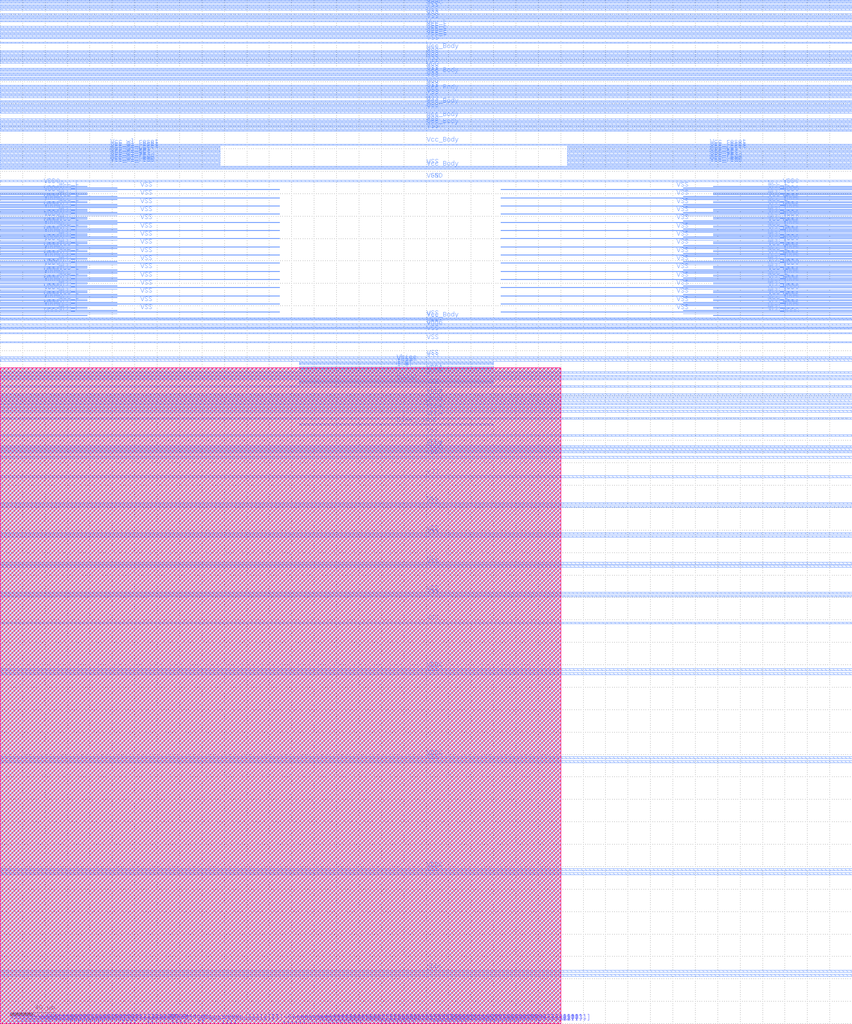
<source format=lef>
VERSION 5.7 ;
NOWIREEXTENSIONATPIN ON ;
BUSBITCHARS "[]" ;
DIVIDERCHAR "/" ;
MACRO Neuromorphic_X1_wb
  ORIGIN 0 0 ;
  FOREIGN Neuromorphic_X1_wb 0 0 ;
  SIZE 500.020 BY 584.800 ;
  SITE unithd ;
  PIN wbs_we_i
    DIRECTION INPUT ;
    USE SIGNAL ;
    PORT
      LAYER met2 ;
        RECT 146.53 0 146.83 2.91 ;
    END
  END wbs_we_i
  PIN wbs_dat_i[0]
    DIRECTION INPUT ;
    USE SIGNAL ;
    PORT
      LAYER met2 ;
        RECT 253.205 0 253.505 2.91 ;
    END
  END wbs_dat_i[0]
  PIN wbs_dat_i[31]
    DIRECTION INPUT ;
    USE SIGNAL ;
    PORT
      LAYER met2 ;
        RECT 476.405 0 476.705 2.91 ;
    END
  END wbs_dat_i[31]
  PIN wbs_dat_i[30]
    DIRECTION INPUT ;
    USE SIGNAL ;
    PORT
      LAYER met2 ;
        RECT 469.205 0 469.505 2.91 ;
    END
  END wbs_dat_i[30]
  PIN wbs_dat_i[29]
    DIRECTION INPUT ;
    USE SIGNAL ;
    PORT
      LAYER met2 ;
        RECT 462.005 0 462.305 2.91 ;
    END
  END wbs_dat_i[29]
  PIN wbs_dat_i[28]
    DIRECTION INPUT ;
    USE SIGNAL ;
    PORT
      LAYER met2 ;
        RECT 454.805 0 455.105 2.91 ;
    END
  END wbs_dat_i[28]
  PIN wbs_dat_i[27]
    DIRECTION INPUT ;
    USE SIGNAL ;
    PORT
      LAYER met2 ;
        RECT 447.605 0 447.905 2.91 ;
    END
  END wbs_dat_i[27]
  PIN wbs_dat_i[26]
    DIRECTION INPUT ;
    USE SIGNAL ;
    PORT
      LAYER met2 ;
        RECT 440.405 0 440.705 2.91 ;
    END
  END wbs_dat_i[26]
  PIN wbs_dat_i[25]
    DIRECTION INPUT ;
    USE SIGNAL ;
    PORT
      LAYER met2 ;
        RECT 433.205 0 433.505 2.91 ;
    END
  END wbs_dat_i[25]
  PIN wbs_dat_i[24]
    DIRECTION INPUT ;
    USE SIGNAL ;
    PORT
      LAYER met2 ;
        RECT 426.005 0 426.305 2.91 ;
    END
  END wbs_dat_i[24]
  PIN wbs_dat_i[23]
    DIRECTION INPUT ;
    USE SIGNAL ;
    PORT
      LAYER met2 ;
        RECT 418.805 0 419.105 2.91 ;
    END
  END wbs_dat_i[23]
  PIN wbs_dat_i[22]
    DIRECTION INPUT ;
    USE SIGNAL ;
    PORT
      LAYER met2 ;
        RECT 411.605 0 411.905 2.91 ;
    END
  END wbs_dat_i[22]
  PIN wbs_dat_i[21]
    DIRECTION INPUT ;
    USE SIGNAL ;
    PORT
      LAYER met2 ;
        RECT 404.405 0 404.705 2.91 ;
    END
  END wbs_dat_i[21]
  PIN wbs_dat_i[20]
    DIRECTION INPUT ;
    USE SIGNAL ;
    PORT
      LAYER met2 ;
        RECT 397.205 0 397.505 2.91 ;
    END
  END wbs_dat_i[20]
  PIN wbs_dat_i[19]
    DIRECTION INPUT ;
    USE SIGNAL ;
    PORT
      LAYER met2 ;
        RECT 390.005 0 390.305 2.91 ;
    END
  END wbs_dat_i[19]
  PIN wbs_dat_i[18]
    DIRECTION INPUT ;
    USE SIGNAL ;
    PORT
      LAYER met2 ;
        RECT 382.805 0 383.105 2.91 ;
    END
  END wbs_dat_i[18]
  PIN wbs_dat_i[17]
    DIRECTION INPUT ;
    USE SIGNAL ;
    PORT
      LAYER met2 ;
        RECT 375.605 0 375.905 2.91 ;
    END
  END wbs_dat_i[17]
  PIN wbs_dat_i[16]
    DIRECTION INPUT ;
    USE SIGNAL ;
    PORT
      LAYER met2 ;
        RECT 368.405 0 368.705 2.91 ;
    END
  END wbs_dat_i[16]
  PIN wbs_dat_i[15]
    DIRECTION INPUT ;
    USE SIGNAL ;
    PORT
      LAYER met2 ;
        RECT 361.205 0 361.505 2.91 ;
    END
  END wbs_dat_i[15]
  PIN wbs_dat_i[14]
    DIRECTION INPUT ;
    USE SIGNAL ;
    PORT
      LAYER met2 ;
        RECT 354.005 0 354.305 2.91 ;
    END
  END wbs_dat_i[14]
  PIN wbs_dat_i[13]
    DIRECTION INPUT ;
    USE SIGNAL ;
    PORT
      LAYER met2 ;
        RECT 346.805 0 347.105 2.91 ;
    END
  END wbs_dat_i[13]
  PIN wbs_dat_i[12]
    DIRECTION INPUT ;
    USE SIGNAL ;
    PORT
      LAYER met2 ;
        RECT 339.605 0 339.905 2.91 ;
    END
  END wbs_dat_i[12]
  PIN wbs_dat_i[11]
    DIRECTION INPUT ;
    USE SIGNAL ;
    PORT
      LAYER met2 ;
        RECT 332.405 0 332.705 2.91 ;
    END
  END wbs_dat_i[11]
  PIN wbs_dat_i[10]
    DIRECTION INPUT ;
    USE SIGNAL ;
    PORT
      LAYER met2 ;
        RECT 325.205 0 325.505 2.91 ;
    END
  END wbs_dat_i[10]
  PIN wbs_dat_i[9]
    DIRECTION INPUT ;
    USE SIGNAL ;
    PORT
      LAYER met2 ;
        RECT 318.005 0 318.305 2.91 ;
    END
  END wbs_dat_i[9]
  PIN wbs_dat_i[8]
    DIRECTION INPUT ;
    USE SIGNAL ;
    PORT
      LAYER met2 ;
        RECT 310.805 0 311.105 2.91 ;
    END
  END wbs_dat_i[8]
  PIN wbs_dat_i[7]
    DIRECTION INPUT ;
    USE SIGNAL ;
    PORT
      LAYER met2 ;
        RECT 303.605 0 303.905 2.91 ;
    END
  END wbs_dat_i[7]
  PIN wbs_dat_i[6]
    DIRECTION INPUT ;
    USE SIGNAL ;
    PORT
      LAYER met2 ;
        RECT 296.405 0 296.705 2.91 ;
    END
  END wbs_dat_i[6]
  PIN wbs_dat_i[5]
    DIRECTION INPUT ;
    USE SIGNAL ;
    PORT
      LAYER met2 ;
        RECT 289.205 0 289.505 2.91 ;
    END
  END wbs_dat_i[5]
  PIN wbs_dat_i[4]
    DIRECTION INPUT ;
    USE SIGNAL ;
    PORT
      LAYER met2 ;
        RECT 282.005 0 282.305 2.91 ;
    END
  END wbs_dat_i[4]
  PIN wbs_dat_i[3]
    DIRECTION INPUT ;
    USE SIGNAL ;
    PORT
      LAYER met2 ;
        RECT 274.805 0 275.105 2.91 ;
    END
  END wbs_dat_i[3]
  PIN wbs_dat_i[2]
    DIRECTION INPUT ;
    USE SIGNAL ;
    PORT
      LAYER met2 ;
        RECT 267.605 0 267.905 2.91 ;
    END
  END wbs_dat_i[2]
  PIN wbs_adr_i[1]
    DIRECTION INPUT ;
    USE SIGNAL ;
    PORT
      LAYER met2 ;
        RECT 11.935 0 12.235 2.91 ;
    END
  END wbs_adr_i[1]
  PIN wbs_adr_i[8]
    DIRECTION INPUT ;
    USE SIGNAL ;
    PORT
      LAYER met2 ;
        RECT 37.135 0 37.435 2.91 ;
    END
  END wbs_adr_i[8]
  PIN wbs_adr_i[2]
    DIRECTION INPUT ;
    USE SIGNAL ;
    PORT
      LAYER met2 ;
        RECT 15.535 0 15.835 2.91 ;
    END
  END wbs_adr_i[2]
  PIN wbs_adr_i[28]
    DIRECTION INPUT ;
    USE SIGNAL ;
    PORT
      LAYER met2 ;
        RECT 109.135 0 109.435 2.91 ;
    END
  END wbs_adr_i[28]
  PIN wbs_adr_i[27]
    DIRECTION INPUT ;
    USE SIGNAL ;
    PORT
      LAYER met2 ;
        RECT 105.535 0 105.835 2.91 ;
    END
  END wbs_adr_i[27]
  PIN wbs_adr_i[26]
    DIRECTION INPUT ;
    USE SIGNAL ;
    PORT
      LAYER met2 ;
        RECT 101.935 0 102.235 2.91 ;
    END
  END wbs_adr_i[26]
  PIN wbs_adr_i[25]
    DIRECTION INPUT ;
    USE SIGNAL ;
    PORT
      LAYER met2 ;
        RECT 98.335 0 98.635 2.91 ;
    END
  END wbs_adr_i[25]
  PIN wbs_adr_i[24]
    DIRECTION INPUT ;
    USE SIGNAL ;
    PORT
      LAYER met2 ;
        RECT 94.735 0 95.035 2.91 ;
    END
  END wbs_adr_i[24]
  PIN wbs_adr_i[23]
    DIRECTION INPUT ;
    USE SIGNAL ;
    PORT
      LAYER met2 ;
        RECT 91.135 0 91.435 2.91 ;
    END
  END wbs_adr_i[23]
  PIN wbs_adr_i[22]
    DIRECTION INPUT ;
    USE SIGNAL ;
    PORT
      LAYER met2 ;
        RECT 87.535 0 87.835 2.91 ;
    END
  END wbs_adr_i[22]
  PIN wbs_adr_i[21]
    DIRECTION INPUT ;
    USE SIGNAL ;
    PORT
      LAYER met2 ;
        RECT 83.935 0 84.235 2.91 ;
    END
  END wbs_adr_i[21]
  PIN wbs_adr_i[20]
    DIRECTION INPUT ;
    USE SIGNAL ;
    PORT
      LAYER met2 ;
        RECT 80.335 0 80.635 2.91 ;
    END
  END wbs_adr_i[20]
  PIN wbs_adr_i[19]
    DIRECTION INPUT ;
    USE SIGNAL ;
    PORT
      LAYER met2 ;
        RECT 76.735 0 77.035 2.91 ;
    END
  END wbs_adr_i[19]
  PIN wbs_adr_i[18]
    DIRECTION INPUT ;
    USE SIGNAL ;
    PORT
      LAYER met2 ;
        RECT 73.135 0 73.435 2.91 ;
    END
  END wbs_adr_i[18]
  PIN wbs_adr_i[17]
    DIRECTION INPUT ;
    USE SIGNAL ;
    PORT
      LAYER met2 ;
        RECT 69.535 0 69.835 2.91 ;
    END
  END wbs_adr_i[17]
  PIN wbs_adr_i[16]
    DIRECTION INPUT ;
    USE SIGNAL ;
    PORT
      LAYER met2 ;
        RECT 65.935 0 66.235 2.91 ;
    END
  END wbs_adr_i[16]
  PIN wbs_adr_i[15]
    DIRECTION INPUT ;
    USE SIGNAL ;
    PORT
      LAYER met2 ;
        RECT 62.335 0 62.635 2.91 ;
    END
  END wbs_adr_i[15]
  PIN wbs_adr_i[14]
    DIRECTION INPUT ;
    USE SIGNAL ;
    PORT
      LAYER met2 ;
        RECT 58.735 0 59.035 2.91 ;
    END
  END wbs_adr_i[14]
  PIN wbs_adr_i[13]
    DIRECTION INPUT ;
    USE SIGNAL ;
    PORT
      LAYER met2 ;
        RECT 55.135 0 55.435 2.91 ;
    END
  END wbs_adr_i[13]
  PIN wbs_adr_i[12]
    DIRECTION INPUT ;
    USE SIGNAL ;
    PORT
      LAYER met2 ;
        RECT 51.535 0 51.835 2.91 ;
    END
  END wbs_adr_i[12]
  PIN wbs_adr_i[11]
    DIRECTION INPUT ;
    USE SIGNAL ;
    PORT
      LAYER met2 ;
        RECT 47.935 0 48.235 2.91 ;
    END
  END wbs_adr_i[11]
  PIN user_clk
    DIRECTION INPUT ;
    USE SIGNAL ;
    PORT
      LAYER met2 ;
        RECT 132.13 0 132.43 2.91 ;
    END
  END user_clk
  PIN wbs_adr_i[31]
    DIRECTION INPUT ;
    USE SIGNAL ;
    PORT
      LAYER met2 ;
        RECT 119.935 0 120.235 2.91 ;
    END
  END wbs_adr_i[31]
  PIN wbs_adr_i[10]
    DIRECTION INPUT ;
    USE SIGNAL ;
    PORT
      LAYER met2 ;
        RECT 44.335 0 44.635 2.91 ;
    END
  END wbs_adr_i[10]
  PIN wbs_adr_i[7]
    DIRECTION INPUT ;
    USE SIGNAL ;
    PORT
      LAYER met2 ;
        RECT 33.535 0 33.835 2.91 ;
    END
  END wbs_adr_i[7]
  PIN wbs_adr_i[6]
    DIRECTION INPUT ;
    USE SIGNAL ;
    PORT
      LAYER met2 ;
        RECT 29.935 0 30.235 2.91 ;
    END
  END wbs_adr_i[6]
  PIN wbs_adr_i[5]
    DIRECTION INPUT ;
    USE SIGNAL ;
    PORT
      LAYER met2 ;
        RECT 26.335 0 26.635 2.91 ;
    END
  END wbs_adr_i[5]
  PIN wbs_adr_i[4]
    DIRECTION INPUT ;
    USE SIGNAL ;
    PORT
      LAYER met2 ;
        RECT 22.735 0 23.035 2.91 ;
    END
  END wbs_adr_i[4]
  PIN wbs_adr_i[3]
    DIRECTION INPUT ;
    USE SIGNAL ;
    PORT
      LAYER met2 ;
        RECT 19.135 0 19.435 2.91 ;
    END
  END wbs_adr_i[3]
  PIN wbs_adr_i[30]
    DIRECTION INPUT ;
    USE SIGNAL ;
    PORT
      LAYER met2 ;
        RECT 116.335 0 116.635 2.91 ;
    END
  END wbs_adr_i[30]
  PIN wbs_adr_i[29]
    DIRECTION INPUT ;
    USE SIGNAL ;
    PORT
      LAYER met2 ;
        RECT 112.735 0 113.035 2.91 ;
    END
  END wbs_adr_i[29]
  PIN wbs_adr_i[9]
    DIRECTION INPUT ;
    USE SIGNAL ;
    PORT
      LAYER met2 ;
        RECT 40.735 0 41.035 2.91 ;
    END
  END wbs_adr_i[9]
  PIN wbs_sel_i[3]
    DIRECTION INPUT ;
    USE SIGNAL ;
    PORT
      LAYER met2 ;
        RECT 209.54 0 209.84 2.91 ;
    END
  END wbs_sel_i[3]
  PIN wbs_sel_i[2]
    DIRECTION INPUT ;
    USE SIGNAL ;
    PORT
      LAYER met2 ;
        RECT 205.94 0 206.24 2.91 ;
    END
  END wbs_sel_i[2]
  PIN wbs_sel_i[1]
    DIRECTION INPUT ;
    USE SIGNAL ;
    PORT
      LAYER met2 ;
        RECT 202.34 0 202.64 2.91 ;
    END
  END wbs_sel_i[1]
  PIN wbs_ack_o
    DIRECTION OUTPUT ;
    USE SIGNAL ;
    PORT
      LAYER met2 ;
        RECT 177.115 0 177.415 2.91 ;
    END
  END wbs_ack_o
  PIN wbs_dat_o[9]
    DIRECTION OUTPUT ;
    USE SIGNAL ;
    PORT
      LAYER met2 ;
        RECT 321.605 0 321.905 2.91 ;
    END
  END wbs_dat_o[9]
  PIN wbs_dat_o[8]
    DIRECTION OUTPUT ;
    USE SIGNAL ;
    PORT
      LAYER met2 ;
        RECT 314.405 0 314.705 2.91 ;
    END
  END wbs_dat_o[8]
  PIN wbs_dat_o[29]
    DIRECTION OUTPUT ;
    USE SIGNAL ;
    PORT
      LAYER met2 ;
        RECT 465.605 0 465.905 2.91 ;
    END
  END wbs_dat_o[29]
  PIN wbs_dat_o[2]
    DIRECTION OUTPUT ;
    USE SIGNAL ;
    PORT
      LAYER met2 ;
        RECT 271.205 0 271.505 2.91 ;
    END
  END wbs_dat_o[2]
  PIN wbs_dat_i[1]
    DIRECTION INPUT ;
    USE SIGNAL ;
    PORT
      LAYER met2 ;
        RECT 260.405 0 260.705 2.91 ;
    END
  END wbs_dat_i[1]
  PIN wbs_dat_o[28]
    DIRECTION OUTPUT ;
    USE SIGNAL ;
    PORT
      LAYER met2 ;
        RECT 458.405 0 458.705 2.91 ;
    END
  END wbs_dat_o[28]
  PIN wbs_dat_o[27]
    DIRECTION OUTPUT ;
    USE SIGNAL ;
    PORT
      LAYER met2 ;
        RECT 451.205 0 451.505 2.91 ;
    END
  END wbs_dat_o[27]
  PIN wbs_dat_o[26]
    DIRECTION OUTPUT ;
    USE SIGNAL ;
    PORT
      LAYER met2 ;
        RECT 444.005 0 444.305 2.91 ;
    END
  END wbs_dat_o[26]
  PIN wbs_dat_o[25]
    DIRECTION OUTPUT ;
    USE SIGNAL ;
    PORT
      LAYER met2 ;
        RECT 436.805 0 437.105 2.91 ;
    END
  END wbs_dat_o[25]
  PIN wbs_dat_o[24]
    DIRECTION OUTPUT ;
    USE SIGNAL ;
    PORT
      LAYER met2 ;
        RECT 429.605 0 429.905 2.91 ;
    END
  END wbs_dat_o[24]
  PIN wbs_dat_o[23]
    DIRECTION OUTPUT ;
    USE SIGNAL ;
    PORT
      LAYER met2 ;
        RECT 422.405 0 422.705 2.91 ;
    END
  END wbs_dat_o[23]
  PIN wbs_dat_o[22]
    DIRECTION OUTPUT ;
    USE SIGNAL ;
    PORT
      LAYER met2 ;
        RECT 415.205 0 415.505 2.91 ;
    END
  END wbs_dat_o[22]
  PIN wbs_dat_o[21]
    DIRECTION OUTPUT ;
    USE SIGNAL ;
    PORT
      LAYER met2 ;
        RECT 408.005 0 408.305 2.91 ;
    END
  END wbs_dat_o[21]
  PIN wbs_dat_o[20]
    DIRECTION OUTPUT ;
    USE SIGNAL ;
    PORT
      LAYER met2 ;
        RECT 400.805 0 401.105 2.91 ;
    END
  END wbs_dat_o[20]
  PIN wbs_dat_o[19]
    DIRECTION OUTPUT ;
    USE SIGNAL ;
    PORT
      LAYER met2 ;
        RECT 393.605 0 393.905 2.91 ;
    END
  END wbs_dat_o[19]
  PIN wbs_dat_o[18]
    DIRECTION OUTPUT ;
    USE SIGNAL ;
    PORT
      LAYER met2 ;
        RECT 386.405 0 386.705 2.91 ;
    END
  END wbs_dat_o[18]
  PIN wbs_dat_o[17]
    DIRECTION OUTPUT ;
    USE SIGNAL ;
    PORT
      LAYER met2 ;
        RECT 379.205 0 379.505 2.91 ;
    END
  END wbs_dat_o[17]
  PIN wbs_dat_o[16]
    DIRECTION OUTPUT ;
    USE SIGNAL ;
    PORT
      LAYER met2 ;
        RECT 372.005 0 372.305 2.91 ;
    END
  END wbs_dat_o[16]
  PIN wbs_dat_o[15]
    DIRECTION OUTPUT ;
    USE SIGNAL ;
    PORT
      LAYER met2 ;
        RECT 364.805 0 365.105 2.91 ;
    END
  END wbs_dat_o[15]
  PIN wbs_dat_o[14]
    DIRECTION OUTPUT ;
    USE SIGNAL ;
    PORT
      LAYER met2 ;
        RECT 357.605 0 357.905 2.91 ;
    END
  END wbs_dat_o[14]
  PIN wbs_dat_o[13]
    DIRECTION OUTPUT ;
    USE SIGNAL ;
    PORT
      LAYER met2 ;
        RECT 350.405 0 350.705 2.91 ;
    END
  END wbs_dat_o[13]
  PIN wbs_dat_o[12]
    DIRECTION OUTPUT ;
    USE SIGNAL ;
    PORT
      LAYER met2 ;
        RECT 343.205 0 343.505 2.91 ;
    END
  END wbs_dat_o[12]
  PIN wbs_dat_o[11]
    DIRECTION OUTPUT ;
    USE SIGNAL ;
    PORT
      LAYER met2 ;
        RECT 336.005 0 336.305 2.91 ;
    END
  END wbs_dat_o[11]
  PIN wbs_dat_o[31]
    DIRECTION OUTPUT ;
    USE SIGNAL ;
    PORT
      LAYER met2 ;
        RECT 480.005 0 480.305 2.91 ;
    END
  END wbs_dat_o[31]
  PIN wbs_dat_o[7]
    DIRECTION OUTPUT ;
    USE SIGNAL ;
    PORT
      LAYER met2 ;
        RECT 307.205 0 307.505 2.91 ;
    END
  END wbs_dat_o[7]
  PIN wbs_dat_o[6]
    DIRECTION OUTPUT ;
    USE SIGNAL ;
    PORT
      LAYER met2 ;
        RECT 300.005 0 300.305 2.91 ;
    END
  END wbs_dat_o[6]
  PIN wbs_dat_o[5]
    DIRECTION OUTPUT ;
    USE SIGNAL ;
    PORT
      LAYER met2 ;
        RECT 292.805 0 293.105 2.91 ;
    END
  END wbs_dat_o[5]
  PIN wbs_dat_o[4]
    DIRECTION OUTPUT ;
    USE SIGNAL ;
    PORT
      LAYER met2 ;
        RECT 285.605 0 285.905 2.91 ;
    END
  END wbs_dat_o[4]
  PIN wbs_dat_o[3]
    DIRECTION OUTPUT ;
    USE SIGNAL ;
    PORT
      LAYER met2 ;
        RECT 278.405 0 278.705 2.91 ;
    END
  END wbs_dat_o[3]
  PIN wbs_dat_o[30]
    DIRECTION OUTPUT ;
    USE SIGNAL ;
    PORT
      LAYER met2 ;
        RECT 472.805 0 473.105 2.91 ;
    END
  END wbs_dat_o[30]
  PIN wbs_dat_o[1]
    DIRECTION OUTPUT ;
    USE SIGNAL ;
    PORT
      LAYER met2 ;
        RECT 264.005 0 264.305 2.91 ;
    END
  END wbs_dat_o[1]
  PIN wbs_dat_o[10]
    DIRECTION OUTPUT ;
    USE SIGNAL ;
    PORT
      LAYER met2 ;
        RECT 328.805 0 329.105 2.91 ;
    END
  END wbs_dat_o[10]
  PIN user_rst
    DIRECTION INPUT ;
    USE SIGNAL ;
    PORT
      LAYER met2 ;
        RECT 139.33 0 139.63 2.91 ;
    END
  END user_rst
  PIN wb_rst_i
    DIRECTION INPUT ;
    USE SIGNAL ;
    PORT
      LAYER met2 ;
        RECT 142.93 0 143.23 2.91 ;
    END
  END wb_rst_i
  PIN wb_clk_i
    DIRECTION INPUT ;
    USE SIGNAL ;
    PORT
      LAYER met2 ;
        RECT 135.73 0 136.03 2.91 ;
    END
  END wb_clk_i
  PIN wbs_sel_i[0]
    DIRECTION INPUT ;
    USE SIGNAL ;
    PORT
      LAYER met2 ;
        RECT 198.74 0 199.04 2.91 ;
    END
  END wbs_sel_i[0]
  PIN wbs_dat_o[0]
    DIRECTION OUTPUT ;
    USE SIGNAL ;
    PORT
      LAYER met2 ;
        RECT 256.805 0 257.105 2.91 ;
    END
  END wbs_dat_o[0]
  PIN TM
    DIRECTION INPUT ;
    USE SIGNAL ;
    PORT
      LAYER met2 ;
        RECT 160.93 0 161.23 2.91 ;
    END
  END TM
  PIN wbs_stb_i
    DIRECTION INPUT ;
    USE SIGNAL ;
    PORT
      LAYER met2 ;
        RECT 164.53 0 164.83 2.91 ;
    END
  END wbs_stb_i
  PIN ScanInCC
    DIRECTION INPUT ;
    USE SIGNAL ;
    PORT
      LAYER met2 ;
        RECT 150.13 0 150.43 2.91 ;
    END
  END ScanInCC
  PIN ScanInDL
    DIRECTION INPUT ;
    USE SIGNAL ;
    PORT
      LAYER met2 ;
        RECT 153.73 0 154.03 2.91 ;
    END
  END ScanInDL
  PIN ScanInDR
    DIRECTION INPUT ;
    USE SIGNAL ;
    PORT
      LAYER met2 ;
        RECT 157.33 0 157.63 2.91 ;
    END
  END ScanInDR
  PIN ScanOutCC
    DIRECTION OUTPUT ;
    USE SIGNAL ;
    PORT
      LAYER met2 ;
        RECT 180.715 0 181.015 2.91 ;
    END
  END ScanOutCC
  PIN Iref
    DIRECTION INPUT ;
    USE SIGNAL ;
    PORT
      LAYER met3 ;
        RECT 266.84 582.75 440.155 584.05 ;
    END
    PORT
      LAYER met3 ;
        RECT 266.84 584.55 440.155 585.85 ;
    END
  END Iref
  PIN Vbias
    DIRECTION INPUT ;
    USE SIGNAL ;
    PORT
      LAYER met3 ;
        RECT 266.84 589.275 440.155 590.405 ;
    END
    PORT
      LAYER met3 ;
        RECT 266.84 587.645 440.155 588.775 ;
    END
  END Vbias
  PIN Vcomp
    DIRECTION INPUT ;
    USE SIGNAL ;
    PORT
      LAYER met3 ;
        RECT 266.84 570.605 440.155 571.735 ;
    END
    PORT
      LAYER met3 ;
        RECT 266.84 572.235 440.155 573.365 ;
    END
  END Vcomp
  PIN Bias_comp2
    DIRECTION INPUT ;
    USE SIGNAL ;
    PORT
      LAYER met3 ;
        RECT 266.84 533.58 440.155 534.71 ;
    END
  END Bias_comp2
  PIN Vcc_L
    DIRECTION INPUT ;
    USE SIGNAL ;
    PORT
      LAYER met3 ;
        RECT 609.385 744.76 760 745.1 ;
    END
    PORT
      LAYER met3 ;
        RECT 609.385 742.04 760 742.38 ;
    END
    PORT
      LAYER met3 ;
        RECT 609.385 737.48 760 737.82 ;
    END
    PORT
      LAYER met3 ;
        RECT 609.385 734.76 760 735.1 ;
    END
    PORT
      LAYER met3 ;
        RECT 609.385 730.2 760 730.54 ;
    END
    PORT
      LAYER met3 ;
        RECT 609.385 727.48 760 727.82 ;
    END
    PORT
      LAYER met3 ;
        RECT 609.385 722.92 760 723.26 ;
    END
    PORT
      LAYER met3 ;
        RECT 609.385 720.2 760 720.54 ;
    END
    PORT
      LAYER met3 ;
        RECT 609.385 715.64 760 715.98 ;
    END
    PORT
      LAYER met3 ;
        RECT 609.385 712.92 760 713.26 ;
    END
    PORT
      LAYER met3 ;
        RECT 609.385 708.36 760 708.7 ;
    END
    PORT
      LAYER met3 ;
        RECT 609.385 705.64 760 705.98 ;
    END
    PORT
      LAYER met3 ;
        RECT 609.385 701.08 760 701.42 ;
    END
    PORT
      LAYER met3 ;
        RECT 609.385 698.36 760 698.7 ;
    END
    PORT
      LAYER met3 ;
        RECT 609.385 693.8 760 694.14 ;
    END
    PORT
      LAYER met3 ;
        RECT 609.385 691.08 760 691.42 ;
    END
    PORT
      LAYER met3 ;
        RECT 609.385 686.52 760 686.86 ;
    END
    PORT
      LAYER met3 ;
        RECT 609.385 683.8 760 684.14 ;
    END
    PORT
      LAYER met3 ;
        RECT 609.385 679.24 760 679.58 ;
    END
    PORT
      LAYER met3 ;
        RECT 609.385 676.52 760 676.86 ;
    END
    PORT
      LAYER met3 ;
        RECT 609.385 671.96 760 672.3 ;
    END
    PORT
      LAYER met3 ;
        RECT 609.385 669.24 760 669.58 ;
    END
    PORT
      LAYER met3 ;
        RECT 609.385 664.68 760 665.02 ;
    END
    PORT
      LAYER met3 ;
        RECT 609.385 661.96 760 662.3 ;
    END
    PORT
      LAYER met3 ;
        RECT 609.385 657.4 760 657.74 ;
    END
    PORT
      LAYER met3 ;
        RECT 609.385 654.68 760 655.02 ;
    END
    PORT
      LAYER met3 ;
        RECT 609.385 650.12 760 650.46 ;
    END
    PORT
      LAYER met3 ;
        RECT 609.385 647.4 760 647.74 ;
    END
    PORT
      LAYER met3 ;
        RECT 609.385 642.84 760 643.18 ;
    END
    PORT
      LAYER met3 ;
        RECT 609.385 640.12 760 640.46 ;
    END
    PORT
      LAYER met3 ;
        RECT 609.385 635.56 760 635.9 ;
    END
    PORT
      LAYER met3 ;
        RECT 609.385 632.84 760 633.18 ;
    END
    PORT
      LAYER met3 ;
        RECT 0 744.76 104.42 745.1 ;
    END
    PORT
      LAYER met3 ;
        RECT 0 742.04 104.42 742.38 ;
    END
    PORT
      LAYER met3 ;
        RECT 0 737.48 104.42 737.82 ;
    END
    PORT
      LAYER met3 ;
        RECT 0 734.76 104.42 735.1 ;
    END
    PORT
      LAYER met3 ;
        RECT 0 730.2 104.42 730.54 ;
    END
    PORT
      LAYER met3 ;
        RECT 0 727.48 104.42 727.82 ;
    END
    PORT
      LAYER met3 ;
        RECT 0 722.92 104.42 723.26 ;
    END
    PORT
      LAYER met3 ;
        RECT 0 720.2 104.42 720.54 ;
    END
    PORT
      LAYER met3 ;
        RECT 0 715.64 104.42 715.98 ;
    END
    PORT
      LAYER met3 ;
        RECT 0 712.92 104.42 713.26 ;
    END
    PORT
      LAYER met3 ;
        RECT 0 708.36 104.42 708.7 ;
    END
    PORT
      LAYER met3 ;
        RECT 0 705.64 104.42 705.98 ;
    END
    PORT
      LAYER met3 ;
        RECT 0 701.08 104.42 701.42 ;
    END
    PORT
      LAYER met3 ;
        RECT 0 698.36 104.42 698.7 ;
    END
    PORT
      LAYER met3 ;
        RECT 0 693.8 104.42 694.14 ;
    END
    PORT
      LAYER met3 ;
        RECT 0 691.08 104.42 691.42 ;
    END
    PORT
      LAYER met3 ;
        RECT 0 686.52 104.42 686.86 ;
    END
    PORT
      LAYER met3 ;
        RECT 0 683.8 104.42 684.14 ;
    END
    PORT
      LAYER met3 ;
        RECT 0 679.24 104.42 679.58 ;
    END
    PORT
      LAYER met3 ;
        RECT 0 676.52 104.42 676.86 ;
    END
    PORT
      LAYER met3 ;
        RECT 0 671.96 104.42 672.3 ;
    END
    PORT
      LAYER met3 ;
        RECT 0 669.24 104.42 669.58 ;
    END
    PORT
      LAYER met3 ;
        RECT 0 664.68 104.42 665.02 ;
    END
    PORT
      LAYER met3 ;
        RECT 0 661.96 104.42 662.3 ;
    END
    PORT
      LAYER met3 ;
        RECT 0 657.4 104.42 657.74 ;
    END
    PORT
      LAYER met3 ;
        RECT 0 654.68 104.42 655.02 ;
    END
    PORT
      LAYER met3 ;
        RECT 0 650.12 104.42 650.46 ;
    END
    PORT
      LAYER met3 ;
        RECT 0 647.4 104.42 647.74 ;
    END
    PORT
      LAYER met3 ;
        RECT 0 642.84 104.42 643.18 ;
    END
    PORT
      LAYER met3 ;
        RECT 0 640.12 104.42 640.46 ;
    END
    PORT
      LAYER met3 ;
        RECT 0 635.56 104.42 635.9 ;
    END
    PORT
      LAYER met3 ;
        RECT 0 632.84 104.42 633.18 ;
    END
    PORT
      LAYER met3 ;
        RECT 0 878.055 760 879.055 ;
    END
    PORT
      LAYER met3 ;
        RECT 0 880.055 760 881.055 ;
    END
    PORT
      LAYER met3 ;
        RECT 0 882.055 760 883.055 ;
    END
    PORT
      LAYER met3 ;
        RECT 0 884.055 760 885.055 ;
    END
    PORT
      LAYER met3 ;
        RECT 0 886.055 760 887.055 ;
    END
    PORT
      LAYER met3 ;
        RECT 0 888.055 760 889.055 ;
    END
  END Vcc_L
  PIN Vcc_Body
    DIRECTION INPUT ;
    USE SIGNAL ;
    PORT
      LAYER met3 ;
        RECT 0 627.04 760 628.04 ;
    END
    PORT
      LAYER met3 ;
        RECT 0 761.895 760 762.895 ;
    END
    PORT
      LAYER met3 ;
        RECT 0 783.15 760 784.15 ;
    END
    PORT
      LAYER met3 ;
        RECT 0 799.665 760 800.665 ;
    END
    PORT
      LAYER met3 ;
        RECT 0 805.665 760 806.665 ;
    END
    PORT
      LAYER met3 ;
        RECT 0 817.89 760 818.89 ;
    END
    PORT
      LAYER met3 ;
        RECT 0 829.72 760 830.72 ;
    END
    PORT
      LAYER met3 ;
        RECT 0 844.935 760 845.935 ;
    END
    PORT
      LAYER met3 ;
        RECT 0 866.43 760 867.43 ;
    END
  END Vcc_Body
  PIN Vcc_reset
    DIRECTION INPUT ;
    USE SIGNAL ;
    PORT
      LAYER met3 ;
        RECT 505.84 781.29 760 782.29 ;
    END
    PORT
      LAYER met3 ;
        RECT 505.84 779.29 760 780.29 ;
    END
    PORT
      LAYER met3 ;
        RECT 505.84 777.29 760 778.29 ;
    END
  END Vcc_reset
  PIN Vcc_set
    DIRECTION INPUT ;
    USE SIGNAL ;
    PORT
      LAYER met3 ;
        RECT 505.84 775.29 760 776.29 ;
    END
    PORT
      LAYER met3 ;
        RECT 505.84 773.29 760 774.29 ;
    END
    PORT
      LAYER met3 ;
        RECT 505.84 771.29 760 772.29 ;
    END
  END Vcc_set
  PIN Vcc_wl_reset
    DIRECTION INPUT ;
    USE SIGNAL ;
    PORT
      LAYER met3 ;
        RECT 0 781.29 196.06 782.29 ;
    END
    PORT
      LAYER met3 ;
        RECT 0 779.29 196.06 780.29 ;
    END
    PORT
      LAYER met3 ;
        RECT 0 777.29 196.06 778.29 ;
    END
  END Vcc_wl_reset
  PIN Vcc_wl_set
    DIRECTION INPUT ;
    USE SIGNAL ;
    PORT
      LAYER met3 ;
        RECT 0 775.29 196.06 776.29 ;
    END
    PORT
      LAYER met3 ;
        RECT 0 773.29 196.06 774.29 ;
    END
    PORT
      LAYER met3 ;
        RECT 0 771.29 196.06 772.29 ;
    END
  END Vcc_wl_set
  PIN Vcc_wl_read
    DIRECTION INPUT ;
    USE SIGNAL ;
    PORT
      LAYER met3 ;
        RECT 0 769.29 196.06 770.29 ;
    END
    PORT
      LAYER met3 ;
        RECT 0 767.29 196.06 768.29 ;
    END
    PORT
      LAYER met3 ;
        RECT 0 765.29 196.06 766.29 ;
    END
  END Vcc_wl_read
  PIN Vcc_read
    DIRECTION INPUT ;
    USE SIGNAL ;
    PORT
      LAYER met3 ;
        RECT 505.84 769.29 760 770.29 ;
    END
    PORT
      LAYER met3 ;
        RECT 505.84 767.29 760 768.29 ;
    END
    PORT
      LAYER met3 ;
        RECT 505.84 765.29 760 766.29 ;
    END
  END Vcc_read
  PIN VSS
    DIRECTION INOUT ;
    USE GROUND ;
    PORT
      LAYER met3 ;
        RECT 0 750.855 760 751.855 ;
    END
    PORT
      LAYER met3 ;
        RECT 0 628.495 760 629.495 ;
    END
    PORT
      LAYER met3 ;
        RECT 446.595 692.44 760 692.78 ;
    END
    PORT
      LAYER met3 ;
        RECT 446.595 699.72 760 700.06 ;
    END
    PORT
      LAYER met3 ;
        RECT 446.595 707 760 707.34 ;
    END
    PORT
      LAYER met3 ;
        RECT 446.595 714.28 760 714.62 ;
    END
    PORT
      LAYER met3 ;
        RECT 446.595 721.56 760 721.9 ;
    END
    PORT
      LAYER met3 ;
        RECT 446.595 728.84 760 729.18 ;
    END
    PORT
      LAYER met3 ;
        RECT 446.595 736.12 760 736.46 ;
    END
    PORT
      LAYER met3 ;
        RECT 446.595 743.4 760 743.74 ;
    END
    PORT
      LAYER met3 ;
        RECT 446.595 634.2 760 634.54 ;
    END
    PORT
      LAYER met3 ;
        RECT 446.595 641.48 760 641.82 ;
    END
    PORT
      LAYER met3 ;
        RECT 446.595 648.76 760 649.1 ;
    END
    PORT
      LAYER met3 ;
        RECT 446.595 656.04 760 656.38 ;
    END
    PORT
      LAYER met3 ;
        RECT 446.595 663.32 760 663.66 ;
    END
    PORT
      LAYER met3 ;
        RECT 446.595 670.6 760 670.94 ;
    END
    PORT
      LAYER met3 ;
        RECT 446.595 677.88 760 678.22 ;
    END
    PORT
      LAYER met3 ;
        RECT 446.595 685.16 760 685.5 ;
    END
    PORT
      LAYER met3 ;
        RECT 0 692.44 249.21 692.78 ;
    END
    PORT
      LAYER met3 ;
        RECT 0 699.72 249.21 700.06 ;
    END
    PORT
      LAYER met3 ;
        RECT 0 707 249.21 707.34 ;
    END
    PORT
      LAYER met3 ;
        RECT 0 714.28 249.21 714.62 ;
    END
    PORT
      LAYER met3 ;
        RECT 0 721.56 249.21 721.9 ;
    END
    PORT
      LAYER met3 ;
        RECT 0 728.84 249.21 729.18 ;
    END
    PORT
      LAYER met3 ;
        RECT 0 736.12 249.21 736.46 ;
    END
    PORT
      LAYER met3 ;
        RECT 0 743.4 249.21 743.74 ;
    END
    PORT
      LAYER met3 ;
        RECT 0 548.7 760 550.2 ;
    END
    PORT
      LAYER met3 ;
        RECT 0 42.27 760 44.07 ;
    END
    PORT
      LAYER met3 ;
        RECT 0 132.645 760 134.445 ;
    END
    PORT
      LAYER met3 ;
        RECT 0 232.645 760 234.445 ;
    END
    PORT
      LAYER met3 ;
        RECT 0 310.935 760 312.735 ;
    END
    PORT
      LAYER met3 ;
        RECT 0 356.65 760 358.15 ;
    END
    PORT
      LAYER met3 ;
        RECT 0 380.53 760 382.03 ;
    END
    PORT
      LAYER met3 ;
        RECT 0 383.23 760 384.73 ;
    END
    PORT
      LAYER met3 ;
        RECT 0 407.11 760 408.61 ;
    END
    PORT
      LAYER met3 ;
        RECT 0 409.81 760 411.31 ;
    END
    PORT
      LAYER met3 ;
        RECT 0 433.69 760 435.19 ;
    END
    PORT
      LAYER met3 ;
        RECT 0 436.39 760 437.89 ;
    END
    PORT
      LAYER met3 ;
        RECT 0 460.27 760 461.77 ;
    END
    PORT
      LAYER met3 ;
        RECT 0 462.97 760 464.47 ;
    END
    PORT
      LAYER met3 ;
        RECT 0 486.85 760 488.35 ;
    END
    PORT
      LAYER met3 ;
        RECT 0 523.635 760 525.135 ;
    END
    PORT
      LAYER met3 ;
        RECT 0 554.58 760 556.08 ;
    END
    PORT
      LAYER met3 ;
        RECT 0 567.315 760 568.815 ;
    END
    PORT
      LAYER met3 ;
        RECT 0 574.005 760 575.505 ;
    END
    PORT
      LAYER met3 ;
        RECT 0 590.8 760 592.3 ;
    END
    PORT
      LAYER met3 ;
        RECT 0 593.1 760 594.6 ;
    END
    PORT
      LAYER met3 ;
        RECT 0 606.925 760 607.925 ;
    END
    PORT
      LAYER met3 ;
        RECT 0 614.925 760 615.925 ;
    END
    PORT
      LAYER met3 ;
        RECT 0 622.925 760 623.925 ;
    END
    PORT
      LAYER met3 ;
        RECT 0 634.2 249.21 634.54 ;
    END
    PORT
      LAYER met3 ;
        RECT 0 641.48 249.21 641.82 ;
    END
    PORT
      LAYER met3 ;
        RECT 0 648.76 249.21 649.1 ;
    END
    PORT
      LAYER met3 ;
        RECT 0 656.04 249.21 656.38 ;
    END
    PORT
      LAYER met3 ;
        RECT 0 663.32 249.21 663.66 ;
    END
    PORT
      LAYER met3 ;
        RECT 0 670.6 249.21 670.94 ;
    END
    PORT
      LAYER met3 ;
        RECT 0 677.88 249.21 678.22 ;
    END
    PORT
      LAYER met3 ;
        RECT 0 685.16 249.21 685.5 ;
    END
    PORT
      LAYER met3 ;
        RECT 0 763.435 760 764.435 ;
    END
    PORT
      LAYER met3 ;
        RECT 0 801.665 760 802.665 ;
    END
    PORT
      LAYER met3 ;
        RECT 0 803.665 760 804.665 ;
    END
    PORT
      LAYER met3 ;
        RECT 0 795.665 760 796.665 ;
    END
    PORT
      LAYER met3 ;
        RECT 0 797.665 760 798.665 ;
    END
    PORT
      LAYER met3 ;
        RECT 0 811.89 760 812.89 ;
    END
    PORT
      LAYER met3 ;
        RECT 0 813.89 760 814.89 ;
    END
    PORT
      LAYER met3 ;
        RECT 0 815.89 760 816.89 ;
    END
    PORT
      LAYER met3 ;
        RECT 0 819.89 760 820.89 ;
    END
    PORT
      LAYER met3 ;
        RECT 0 821.89 760 822.89 ;
    END
    PORT
      LAYER met3 ;
        RECT 0 825.72 760 826.72 ;
    END
    PORT
      LAYER met3 ;
        RECT 0 827.72 760 828.72 ;
    END
    PORT
      LAYER met3 ;
        RECT 0 831.72 760 832.72 ;
    END
    PORT
      LAYER met3 ;
        RECT 0 833.72 760 834.72 ;
    END
    PORT
      LAYER met3 ;
        RECT 0 835.72 760 836.72 ;
    END
    PORT
      LAYER met3 ;
        RECT 0 840.935 760 841.935 ;
    END
    PORT
      LAYER met3 ;
        RECT 0 842.935 760 843.935 ;
    END
    PORT
      LAYER met3 ;
        RECT 0 846.935 760 847.935 ;
    END
    PORT
      LAYER met3 ;
        RECT 0 848.935 760 849.935 ;
    END
    PORT
      LAYER met3 ;
        RECT 0 850.935 760 851.935 ;
    END
    PORT
      LAYER met3 ;
        RECT 0 856.43 760 857.43 ;
    END
    PORT
      LAYER met3 ;
        RECT 0 858.43 760 859.43 ;
    END
    PORT
      LAYER met3 ;
        RECT 0 860.43 760 861.43 ;
    END
    PORT
      LAYER met3 ;
        RECT 0 862.43 760 863.43 ;
    END
    PORT
      LAYER met3 ;
        RECT 0 864.43 760 865.43 ;
    END
    PORT
      LAYER met3 ;
        RECT 0 873.975 760 874.975 ;
    END
    PORT
      LAYER met3 ;
        RECT 0 893.29 760 894.29 ;
    END
    PORT
      LAYER met3 ;
        RECT 0 895.29 760 896.29 ;
    END
    PORT
      LAYER met3 ;
        RECT 0 897.29 760 898.29 ;
    END
    PORT
      LAYER met3 ;
        RECT 0 899.29 760 900.29 ;
    END
    PORT
      LAYER met3 ;
        RECT 0 903.655 760 904.655 ;
    END
    PORT
      LAYER met3 ;
        RECT 0 907.655 760 908.655 ;
    END
  END VSS
  PIN VGND
    DIRECTION INOUT ;
    USE GROUND ;
    PORT
      LAYER met3 ;
        RECT 0 750.855 760 751.855 ;
    END
  END VGND

  PIN VDDC
    DIRECTION INOUT ;
    USE POWER ;
    PORT
      LAYER met3 ;
        RECT 636.045 746.4 760 746.74 ;
    END
    PORT
      LAYER met3 ;
        RECT 636.045 740.4 760 740.74 ;
    END
    PORT
      LAYER met3 ;
        RECT 636.045 739.12 760 739.46 ;
    END
    PORT
      LAYER met3 ;
        RECT 636.045 733.12 760 733.46 ;
    END
    PORT
      LAYER met3 ;
        RECT 636.045 731.84 760 732.18 ;
    END
    PORT
      LAYER met3 ;
        RECT 636.045 725.84 760 726.18 ;
    END
    PORT
      LAYER met3 ;
        RECT 636.045 724.56 760 724.9 ;
    END
    PORT
      LAYER met3 ;
        RECT 636.045 718.56 760 718.9 ;
    END
    PORT
      LAYER met3 ;
        RECT 636.045 717.28 760 717.62 ;
    END
    PORT
      LAYER met3 ;
        RECT 636.045 711.28 760 711.62 ;
    END
    PORT
      LAYER met3 ;
        RECT 636.045 710 760 710.34 ;
    END
    PORT
      LAYER met3 ;
        RECT 636.045 704 760 704.34 ;
    END
    PORT
      LAYER met3 ;
        RECT 636.045 702.72 760 703.06 ;
    END
    PORT
      LAYER met3 ;
        RECT 636.045 696.72 760 697.06 ;
    END
    PORT
      LAYER met3 ;
        RECT 636.045 695.44 760 695.78 ;
    END
    PORT
      LAYER met3 ;
        RECT 636.045 689.44 760 689.78 ;
    END
    PORT
      LAYER met3 ;
        RECT 636.045 688.16 760 688.5 ;
    END
    PORT
      LAYER met3 ;
        RECT 636.045 682.16 760 682.5 ;
    END
    PORT
      LAYER met3 ;
        RECT 636.045 680.88 760 681.22 ;
    END
    PORT
      LAYER met3 ;
        RECT 636.045 674.88 760 675.22 ;
    END
    PORT
      LAYER met3 ;
        RECT 636.045 673.6 760 673.94 ;
    END
    PORT
      LAYER met3 ;
        RECT 636.045 667.6 760 667.94 ;
    END
    PORT
      LAYER met3 ;
        RECT 636.045 666.32 760 666.66 ;
    END
    PORT
      LAYER met3 ;
        RECT 636.045 660.32 760 660.66 ;
    END
    PORT
      LAYER met3 ;
        RECT 636.045 659.04 760 659.38 ;
    END
    PORT
      LAYER met3 ;
        RECT 636.045 653.04 760 653.38 ;
    END
    PORT
      LAYER met3 ;
        RECT 636.045 651.76 760 652.1 ;
    END
    PORT
      LAYER met3 ;
        RECT 636.045 645.76 760 646.1 ;
    END
    PORT
      LAYER met3 ;
        RECT 636.045 644.48 760 644.82 ;
    END
    PORT
      LAYER met3 ;
        RECT 636.045 638.48 760 638.82 ;
    END
    PORT
      LAYER met3 ;
        RECT 636.045 637.2 760 637.54 ;
    END
    PORT
      LAYER met3 ;
        RECT 636.045 631.2 760 631.54 ;
    END
    PORT
      LAYER met3 ;
        RECT 0 746.4 77.76 746.74 ;
    END
    PORT
      LAYER met3 ;
        RECT 0 740.4 77.76 740.74 ;
    END
    PORT
      LAYER met3 ;
        RECT 0 739.12 77.76 739.46 ;
    END
    PORT
      LAYER met3 ;
        RECT 0 733.12 77.76 733.46 ;
    END
    PORT
      LAYER met3 ;
        RECT 0 731.84 77.76 732.18 ;
    END
    PORT
      LAYER met3 ;
        RECT 0 725.84 77.76 726.18 ;
    END
    PORT
      LAYER met3 ;
        RECT 0 724.56 77.76 724.9 ;
    END
    PORT
      LAYER met3 ;
        RECT 0 718.56 77.76 718.9 ;
    END
    PORT
      LAYER met3 ;
        RECT 0 717.28 77.76 717.62 ;
    END
    PORT
      LAYER met3 ;
        RECT 0 711.28 77.76 711.62 ;
    END
    PORT
      LAYER met3 ;
        RECT 0 710 77.76 710.34 ;
    END
    PORT
      LAYER met3 ;
        RECT 0 704 77.76 704.34 ;
    END
    PORT
      LAYER met3 ;
        RECT 0 702.72 77.76 703.06 ;
    END
    PORT
      LAYER met3 ;
        RECT 0 696.72 77.76 697.06 ;
    END
    PORT
      LAYER met3 ;
        RECT 0 695.44 77.76 695.78 ;
    END
    PORT
      LAYER met3 ;
        RECT 0 689.44 77.76 689.78 ;
    END
    PORT
      LAYER met3 ;
        RECT 0 620.425 760 621.425 ;
    END
    PORT
      LAYER met3 ;
        RECT 0 618.925 760 619.925 ;
    END
    PORT
      LAYER met3 ;
        RECT 0 911.655 760 912.655 ;
    END
    PORT
      LAYER met3 ;
        RECT 0 909.655 760 910.655 ;
    END
    PORT
      LAYER met3 ;
        RECT 0 905.655 760 906.655 ;
    END
    PORT
      LAYER met3 ;
        RECT 0 688.16 77.76 688.5 ;
    END
    PORT
      LAYER met3 ;
        RECT 0 682.16 77.76 682.5 ;
    END
    PORT
      LAYER met3 ;
        RECT 0 680.88 77.76 681.22 ;
    END
    PORT
      LAYER met3 ;
        RECT 0 674.88 77.76 675.22 ;
    END
    PORT
      LAYER met3 ;
        RECT 0 673.6 77.76 673.94 ;
    END
    PORT
      LAYER met3 ;
        RECT 0 667.6 77.76 667.94 ;
    END
    PORT
      LAYER met3 ;
        RECT 0 666.32 77.76 666.66 ;
    END
    PORT
      LAYER met3 ;
        RECT 0 660.32 77.76 660.66 ;
    END
    PORT
      LAYER met3 ;
        RECT 0 659.04 77.76 659.38 ;
    END
    PORT
      LAYER met3 ;
        RECT 0 653.04 77.76 653.38 ;
    END
    PORT
      LAYER met3 ;
        RECT 0 651.76 77.76 652.1 ;
    END
    PORT
      LAYER met3 ;
        RECT 0 645.76 77.76 646.1 ;
    END
    PORT
      LAYER met3 ;
        RECT 0 644.48 77.76 644.82 ;
    END
    PORT
      LAYER met3 ;
        RECT 0 638.48 77.76 638.82 ;
    END
    PORT
      LAYER met3 ;
        RECT 0 637.2 77.76 637.54 ;
    END
    PORT
      LAYER met3 ;
        RECT 0 631.2 77.76 631.54 ;
    END
    PORT
      LAYER met3 ;
        RECT 0 314.535 760 316.335 ;
    END
    PORT
      LAYER met3 ;
        RECT 0 236.245 760 238.045 ;
    END
    PORT
      LAYER met3 ;
        RECT 0 136.245 760 138.045 ;
    END
    PORT
      LAYER met3 ;
        RECT 0 45.87 760 47.67 ;
    END
  END VDDC
  PIN VDDA
    DIRECTION INOUT ;
    USE POWER ;
    PORT
      LAYER met3 ;
        RECT 0 504.36 760 505.86 ;
    END
    PORT
      LAYER met3 ;
        RECT 0 508.86 760 510.36 ;
    END
    PORT
      LAYER met3 ;
        RECT 0 511.36 760 512.86 ;
    END
    PORT
      LAYER met3 ;
        RECT 0 513.86 760 515.36 ;
    END
    PORT
      LAYER met3 ;
        RECT 0 538.77 760 540.27 ;
    END
    PORT
      LAYER met3 ;
        RECT 0 545.235 760 546.735 ;
    END
    PORT
      LAYER met3 ;
        RECT 0 551.695 760 553.195 ;
    END
    PORT
      LAYER met3 ;
        RECT 0 557.6 760 559.1 ;
    END
    PORT
      LAYER met3 ;
        RECT 0 560.21 760 561.71 ;
    END
    PORT
      LAYER met3 ;
        RECT 0 576.83 760 578.33 ;
    END
    PORT
      LAYER met3 ;
        RECT 0 579.83 760 581.33 ;
    END
  END VDDA
  PIN wbs_cyc_i
    DIRECTION INPUT ;
    USE SIGNAL ;
    PORT
      LAYER met2 ;
        RECT 167.96 0 168.26 2.91 ;
    END
  END wbs_cyc_i
  PIN wbs_adr_i[0]
    DIRECTION INPUT ;
    USE SIGNAL ;
    PORT
      LAYER met2 ;
        RECT 8.335 0 8.635 2.91 ;
    END
  END wbs_adr_i[0]
  OBS
    LAYER li1 ;  RECT 0 0 500.020 584.800 ;
    LAYER met1 ; RECT 0 0 500.020 584.800 ;
    LAYER via1 ; RECT 0 0 500.020 584.800 ;
    LAYER met2 ; RECT 0 0 500.020 584.800 ;
    LAYER via2 ; RECT 0 0 500.020 584.800 ;
    LAYER met3 ; RECT 0 0 500.020 584.800 ;
  END
END Neuromorphic_X1_wb

END LIBRARY

</source>
